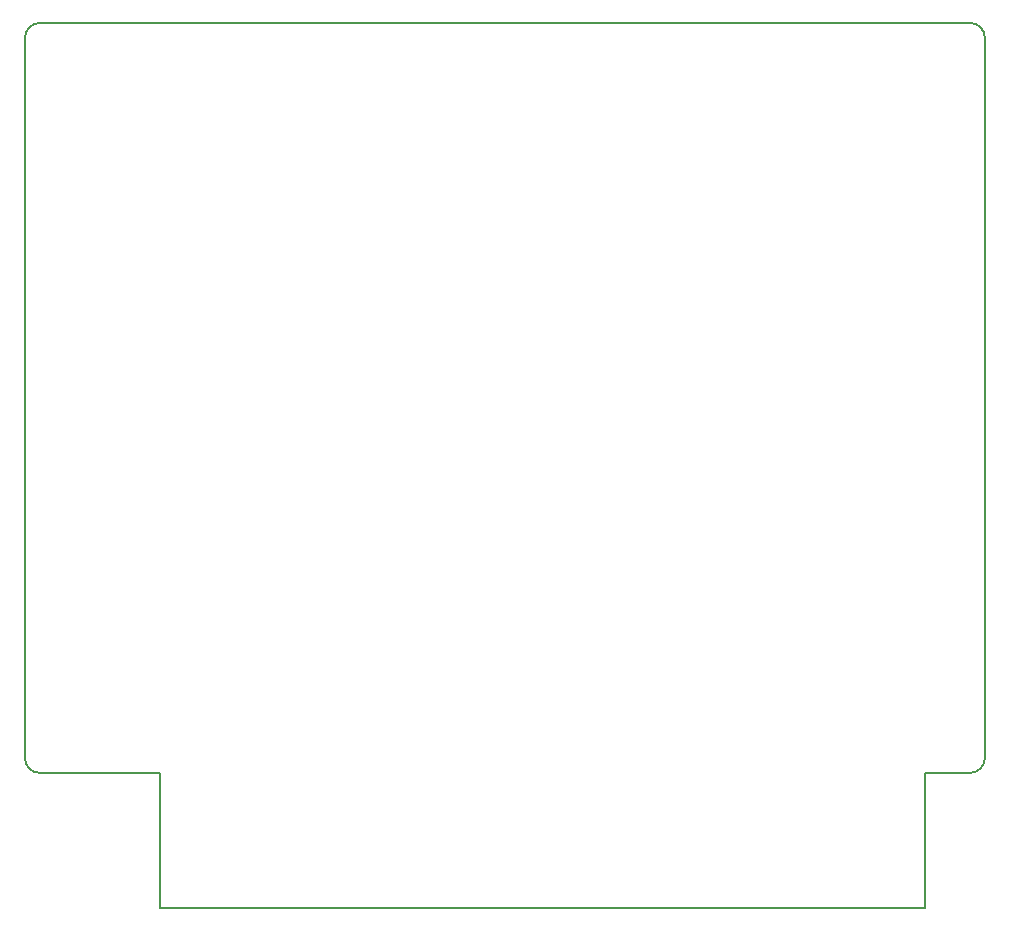
<source format=gbr>
G04 #@! TF.FileFunction,Profile,NP*
%FSLAX46Y46*%
G04 Gerber Fmt 4.6, Leading zero omitted, Abs format (unit mm)*
G04 Created by KiCad (PCBNEW 4.0.7) date 03/28/18 13:14:18*
%MOMM*%
%LPD*%
G01*
G04 APERTURE LIST*
%ADD10C,0.100000*%
%ADD11C,0.150000*%
G04 APERTURE END LIST*
D10*
D11*
X184150000Y-132080000D02*
G75*
G03X185420000Y-130810000I0J1270000D01*
G01*
X104140000Y-130810000D02*
G75*
G03X105410000Y-132080000I1270000J0D01*
G01*
X105410000Y-68580000D02*
G75*
G03X104140000Y-69850000I0J-1270000D01*
G01*
X185420000Y-69850000D02*
G75*
G03X184150000Y-68580000I-1270000J0D01*
G01*
X115570000Y-132080000D02*
X105410000Y-132080000D01*
X115570000Y-143510000D02*
X115570000Y-132080000D01*
X180340000Y-132080000D02*
X184150000Y-132080000D01*
X180340000Y-143510000D02*
X180340000Y-132080000D01*
X104140000Y-69850000D02*
X104140000Y-130810000D01*
X184150000Y-68580000D02*
X105410000Y-68580000D01*
X185420000Y-130810000D02*
X185420000Y-69850000D01*
X115570000Y-143510000D02*
X180340000Y-143510000D01*
M02*

</source>
